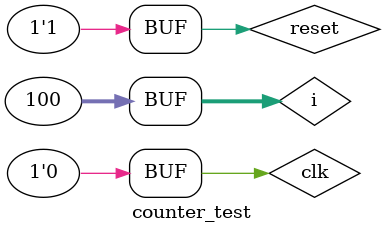
<source format=v>
`timescale 1ns / 1ps

module counter_test;

	// Inputs
	reg clk;
	reg reset;

	// Outputs
	wire [3:0] out_ten;
	wire [3:0] out_one;

	integer i;

	// Instantiate the Unit Under Test (UUT)
	counter uut (
		.clk(clk), 
		.reset(reset), 
		.out_ten(out_ten), 
		.out_one(out_one)
	);

	initial begin
		clk = 0; 
		reset = 0;
		#10;
		
		for (i = 0; i < 32'd100; i = i + 1) begin
			clk = ~clk;
			#10;
		end
		
		reset = 1;
		
		for (i = 0; i < 32'd100; i = i + 1) begin
			clk = ~clk;
			#10;
		end
		
		

	end
      
endmodule


</source>
